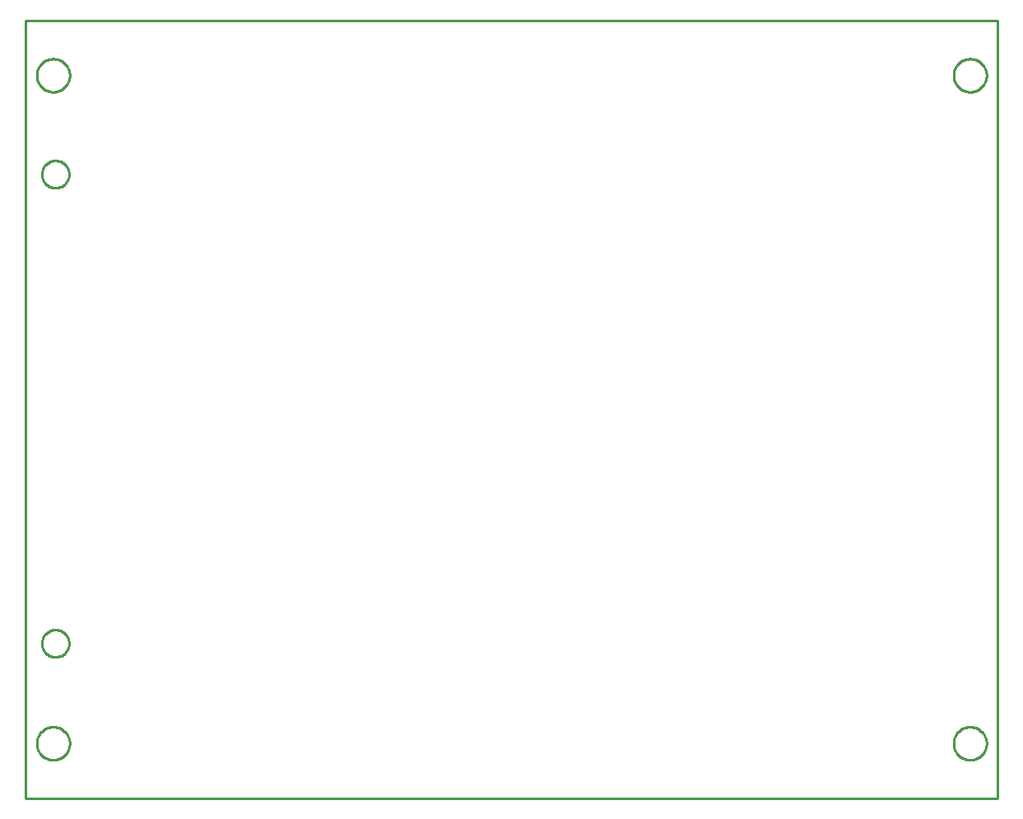
<source format=gbr>
G04 EAGLE Gerber RS-274X export*
G75*
%MOMM*%
%FSLAX34Y34*%
%LPD*%
%IN*%
%IPPOS*%
%AMOC8*
5,1,8,0,0,1.08239X$1,22.5*%
G01*
%ADD10C,0.254000*%


D10*
X0Y0D02*
X1000000Y0D01*
X1000000Y800000D01*
X0Y800000D01*
X0Y0D01*
X45400Y55843D02*
X45327Y54733D01*
X45182Y53629D01*
X44965Y52538D01*
X44677Y51463D01*
X44319Y50409D01*
X43893Y49380D01*
X43401Y48382D01*
X42844Y47418D01*
X42226Y46493D01*
X41548Y45610D01*
X40814Y44773D01*
X40027Y43986D01*
X39190Y43252D01*
X38307Y42574D01*
X37382Y41956D01*
X36418Y41399D01*
X35420Y40907D01*
X34391Y40481D01*
X33337Y40123D01*
X32262Y39835D01*
X31171Y39618D01*
X30067Y39473D01*
X28957Y39400D01*
X27843Y39400D01*
X26733Y39473D01*
X25629Y39618D01*
X24538Y39835D01*
X23463Y40123D01*
X22409Y40481D01*
X21380Y40907D01*
X20382Y41399D01*
X19418Y41956D01*
X18493Y42574D01*
X17610Y43252D01*
X16773Y43986D01*
X15986Y44773D01*
X15252Y45610D01*
X14574Y46493D01*
X13956Y47418D01*
X13399Y48382D01*
X12907Y49380D01*
X12481Y50409D01*
X12123Y51463D01*
X11835Y52538D01*
X11618Y53629D01*
X11473Y54733D01*
X11400Y55843D01*
X11400Y56957D01*
X11473Y58067D01*
X11618Y59171D01*
X11835Y60262D01*
X12123Y61337D01*
X12481Y62391D01*
X12907Y63420D01*
X13399Y64418D01*
X13956Y65382D01*
X14574Y66307D01*
X15252Y67190D01*
X15986Y68027D01*
X16773Y68814D01*
X17610Y69548D01*
X18493Y70226D01*
X19418Y70844D01*
X20382Y71401D01*
X21380Y71893D01*
X22409Y72319D01*
X23463Y72677D01*
X24538Y72965D01*
X25629Y73182D01*
X26733Y73327D01*
X27843Y73400D01*
X28957Y73400D01*
X30067Y73327D01*
X31171Y73182D01*
X32262Y72965D01*
X33337Y72677D01*
X34391Y72319D01*
X35420Y71893D01*
X36418Y71401D01*
X37382Y70844D01*
X38307Y70226D01*
X39190Y69548D01*
X40027Y68814D01*
X40814Y68027D01*
X41548Y67190D01*
X42226Y66307D01*
X42844Y65382D01*
X43401Y64418D01*
X43893Y63420D01*
X44319Y62391D01*
X44677Y61337D01*
X44965Y60262D01*
X45182Y59171D01*
X45327Y58067D01*
X45400Y56957D01*
X45400Y55843D01*
X45400Y743043D02*
X45327Y741933D01*
X45182Y740829D01*
X44965Y739738D01*
X44677Y738663D01*
X44319Y737609D01*
X43893Y736580D01*
X43401Y735582D01*
X42844Y734618D01*
X42226Y733693D01*
X41548Y732810D01*
X40814Y731973D01*
X40027Y731186D01*
X39190Y730452D01*
X38307Y729774D01*
X37382Y729156D01*
X36418Y728599D01*
X35420Y728107D01*
X34391Y727681D01*
X33337Y727323D01*
X32262Y727035D01*
X31171Y726818D01*
X30067Y726673D01*
X28957Y726600D01*
X27843Y726600D01*
X26733Y726673D01*
X25629Y726818D01*
X24538Y727035D01*
X23463Y727323D01*
X22409Y727681D01*
X21380Y728107D01*
X20382Y728599D01*
X19418Y729156D01*
X18493Y729774D01*
X17610Y730452D01*
X16773Y731186D01*
X15986Y731973D01*
X15252Y732810D01*
X14574Y733693D01*
X13956Y734618D01*
X13399Y735582D01*
X12907Y736580D01*
X12481Y737609D01*
X12123Y738663D01*
X11835Y739738D01*
X11618Y740829D01*
X11473Y741933D01*
X11400Y743043D01*
X11400Y744157D01*
X11473Y745267D01*
X11618Y746371D01*
X11835Y747462D01*
X12123Y748537D01*
X12481Y749591D01*
X12907Y750620D01*
X13399Y751618D01*
X13956Y752582D01*
X14574Y753507D01*
X15252Y754390D01*
X15986Y755227D01*
X16773Y756014D01*
X17610Y756748D01*
X18493Y757426D01*
X19418Y758044D01*
X20382Y758601D01*
X21380Y759093D01*
X22409Y759519D01*
X23463Y759877D01*
X24538Y760165D01*
X25629Y760382D01*
X26733Y760527D01*
X27843Y760600D01*
X28957Y760600D01*
X30067Y760527D01*
X31171Y760382D01*
X32262Y760165D01*
X33337Y759877D01*
X34391Y759519D01*
X35420Y759093D01*
X36418Y758601D01*
X37382Y758044D01*
X38307Y757426D01*
X39190Y756748D01*
X40027Y756014D01*
X40814Y755227D01*
X41548Y754390D01*
X42226Y753507D01*
X42844Y752582D01*
X43401Y751618D01*
X43893Y750620D01*
X44319Y749591D01*
X44677Y748537D01*
X44965Y747462D01*
X45182Y746371D01*
X45327Y745267D01*
X45400Y744157D01*
X45400Y743043D01*
X988600Y743043D02*
X988527Y741933D01*
X988382Y740829D01*
X988165Y739738D01*
X987877Y738663D01*
X987519Y737609D01*
X987093Y736580D01*
X986601Y735582D01*
X986044Y734618D01*
X985426Y733693D01*
X984748Y732810D01*
X984014Y731973D01*
X983227Y731186D01*
X982390Y730452D01*
X981507Y729774D01*
X980582Y729156D01*
X979618Y728599D01*
X978620Y728107D01*
X977591Y727681D01*
X976537Y727323D01*
X975462Y727035D01*
X974371Y726818D01*
X973267Y726673D01*
X972157Y726600D01*
X971043Y726600D01*
X969933Y726673D01*
X968829Y726818D01*
X967738Y727035D01*
X966663Y727323D01*
X965609Y727681D01*
X964580Y728107D01*
X963582Y728599D01*
X962618Y729156D01*
X961693Y729774D01*
X960810Y730452D01*
X959973Y731186D01*
X959186Y731973D01*
X958452Y732810D01*
X957774Y733693D01*
X957156Y734618D01*
X956599Y735582D01*
X956107Y736580D01*
X955681Y737609D01*
X955323Y738663D01*
X955035Y739738D01*
X954818Y740829D01*
X954673Y741933D01*
X954600Y743043D01*
X954600Y744157D01*
X954673Y745267D01*
X954818Y746371D01*
X955035Y747462D01*
X955323Y748537D01*
X955681Y749591D01*
X956107Y750620D01*
X956599Y751618D01*
X957156Y752582D01*
X957774Y753507D01*
X958452Y754390D01*
X959186Y755227D01*
X959973Y756014D01*
X960810Y756748D01*
X961693Y757426D01*
X962618Y758044D01*
X963582Y758601D01*
X964580Y759093D01*
X965609Y759519D01*
X966663Y759877D01*
X967738Y760165D01*
X968829Y760382D01*
X969933Y760527D01*
X971043Y760600D01*
X972157Y760600D01*
X973267Y760527D01*
X974371Y760382D01*
X975462Y760165D01*
X976537Y759877D01*
X977591Y759519D01*
X978620Y759093D01*
X979618Y758601D01*
X980582Y758044D01*
X981507Y757426D01*
X982390Y756748D01*
X983227Y756014D01*
X984014Y755227D01*
X984748Y754390D01*
X985426Y753507D01*
X986044Y752582D01*
X986601Y751618D01*
X987093Y750620D01*
X987519Y749591D01*
X987877Y748537D01*
X988165Y747462D01*
X988382Y746371D01*
X988527Y745267D01*
X988600Y744157D01*
X988600Y743043D01*
X988600Y55843D02*
X988527Y54733D01*
X988382Y53629D01*
X988165Y52538D01*
X987877Y51463D01*
X987519Y50409D01*
X987093Y49380D01*
X986601Y48382D01*
X986044Y47418D01*
X985426Y46493D01*
X984748Y45610D01*
X984014Y44773D01*
X983227Y43986D01*
X982390Y43252D01*
X981507Y42574D01*
X980582Y41956D01*
X979618Y41399D01*
X978620Y40907D01*
X977591Y40481D01*
X976537Y40123D01*
X975462Y39835D01*
X974371Y39618D01*
X973267Y39473D01*
X972157Y39400D01*
X971043Y39400D01*
X969933Y39473D01*
X968829Y39618D01*
X967738Y39835D01*
X966663Y40123D01*
X965609Y40481D01*
X964580Y40907D01*
X963582Y41399D01*
X962618Y41956D01*
X961693Y42574D01*
X960810Y43252D01*
X959973Y43986D01*
X959186Y44773D01*
X958452Y45610D01*
X957774Y46493D01*
X957156Y47418D01*
X956599Y48382D01*
X956107Y49380D01*
X955681Y50409D01*
X955323Y51463D01*
X955035Y52538D01*
X954818Y53629D01*
X954673Y54733D01*
X954600Y55843D01*
X954600Y56957D01*
X954673Y58067D01*
X954818Y59171D01*
X955035Y60262D01*
X955323Y61337D01*
X955681Y62391D01*
X956107Y63420D01*
X956599Y64418D01*
X957156Y65382D01*
X957774Y66307D01*
X958452Y67190D01*
X959186Y68027D01*
X959973Y68814D01*
X960810Y69548D01*
X961693Y70226D01*
X962618Y70844D01*
X963582Y71401D01*
X964580Y71893D01*
X965609Y72319D01*
X966663Y72677D01*
X967738Y72965D01*
X968829Y73182D01*
X969933Y73327D01*
X971043Y73400D01*
X972157Y73400D01*
X973267Y73327D01*
X974371Y73182D01*
X975462Y72965D01*
X976537Y72677D01*
X977591Y72319D01*
X978620Y71893D01*
X979618Y71401D01*
X980582Y70844D01*
X981507Y70226D01*
X982390Y69548D01*
X983227Y68814D01*
X984014Y68027D01*
X984748Y67190D01*
X985426Y66307D01*
X986044Y65382D01*
X986601Y64418D01*
X987093Y63420D01*
X987519Y62391D01*
X987877Y61337D01*
X988165Y60262D01*
X988382Y59171D01*
X988527Y58067D01*
X988600Y56957D01*
X988600Y55843D01*
X30100Y627800D02*
X29103Y627871D01*
X28113Y628014D01*
X27136Y628226D01*
X26176Y628508D01*
X25239Y628857D01*
X24329Y629273D01*
X23452Y629752D01*
X22610Y630293D01*
X21810Y630892D01*
X21054Y631547D01*
X20347Y632254D01*
X19692Y633010D01*
X19093Y633810D01*
X18552Y634652D01*
X18073Y635529D01*
X17657Y636439D01*
X17308Y637376D01*
X17026Y638336D01*
X16814Y639313D01*
X16671Y640303D01*
X16600Y641300D01*
X16600Y642300D01*
X16671Y643298D01*
X16814Y644287D01*
X17026Y645265D01*
X17308Y646224D01*
X17657Y647161D01*
X18073Y648071D01*
X18552Y648948D01*
X19093Y649790D01*
X19692Y650590D01*
X20347Y651346D01*
X21054Y652053D01*
X21810Y652708D01*
X22610Y653307D01*
X23452Y653848D01*
X24329Y654327D01*
X25239Y654743D01*
X26176Y655092D01*
X27136Y655374D01*
X28113Y655586D01*
X29103Y655729D01*
X30100Y655800D01*
X31100Y655800D01*
X32098Y655729D01*
X33087Y655586D01*
X34065Y655374D01*
X35024Y655092D01*
X35961Y654743D01*
X36871Y654327D01*
X37748Y653848D01*
X38590Y653307D01*
X39390Y652708D01*
X40146Y652053D01*
X40853Y651346D01*
X41508Y650590D01*
X42107Y649790D01*
X42648Y648948D01*
X43127Y648071D01*
X43543Y647161D01*
X43892Y646224D01*
X44174Y645265D01*
X44386Y644287D01*
X44529Y643298D01*
X44600Y642300D01*
X44600Y641300D01*
X44529Y640303D01*
X44386Y639313D01*
X44174Y638336D01*
X43892Y637376D01*
X43543Y636439D01*
X43127Y635529D01*
X42648Y634652D01*
X42107Y633810D01*
X41508Y633010D01*
X40853Y632254D01*
X40146Y631547D01*
X39390Y630892D01*
X38590Y630293D01*
X37748Y629752D01*
X36871Y629273D01*
X35961Y628857D01*
X35024Y628508D01*
X34065Y628226D01*
X33087Y628014D01*
X32098Y627871D01*
X31100Y627800D01*
X30100Y627800D01*
X30100Y145200D02*
X29103Y145271D01*
X28113Y145414D01*
X27136Y145626D01*
X26176Y145908D01*
X25239Y146257D01*
X24329Y146673D01*
X23452Y147152D01*
X22610Y147693D01*
X21810Y148292D01*
X21054Y148947D01*
X20347Y149654D01*
X19692Y150410D01*
X19093Y151210D01*
X18552Y152052D01*
X18073Y152929D01*
X17657Y153839D01*
X17308Y154776D01*
X17026Y155736D01*
X16814Y156713D01*
X16671Y157703D01*
X16600Y158700D01*
X16600Y159700D01*
X16671Y160698D01*
X16814Y161687D01*
X17026Y162665D01*
X17308Y163624D01*
X17657Y164561D01*
X18073Y165471D01*
X18552Y166348D01*
X19093Y167190D01*
X19692Y167990D01*
X20347Y168746D01*
X21054Y169453D01*
X21810Y170108D01*
X22610Y170707D01*
X23452Y171248D01*
X24329Y171727D01*
X25239Y172143D01*
X26176Y172492D01*
X27136Y172774D01*
X28113Y172986D01*
X29103Y173129D01*
X30100Y173200D01*
X31100Y173200D01*
X32098Y173129D01*
X33087Y172986D01*
X34065Y172774D01*
X35024Y172492D01*
X35961Y172143D01*
X36871Y171727D01*
X37748Y171248D01*
X38590Y170707D01*
X39390Y170108D01*
X40146Y169453D01*
X40853Y168746D01*
X41508Y167990D01*
X42107Y167190D01*
X42648Y166348D01*
X43127Y165471D01*
X43543Y164561D01*
X43892Y163624D01*
X44174Y162665D01*
X44386Y161687D01*
X44529Y160698D01*
X44600Y159700D01*
X44600Y158700D01*
X44529Y157703D01*
X44386Y156713D01*
X44174Y155736D01*
X43892Y154776D01*
X43543Y153839D01*
X43127Y152929D01*
X42648Y152052D01*
X42107Y151210D01*
X41508Y150410D01*
X40853Y149654D01*
X40146Y148947D01*
X39390Y148292D01*
X38590Y147693D01*
X37748Y147152D01*
X36871Y146673D01*
X35961Y146257D01*
X35024Y145908D01*
X34065Y145626D01*
X33087Y145414D01*
X32098Y145271D01*
X31100Y145200D01*
X30100Y145200D01*
M02*

</source>
